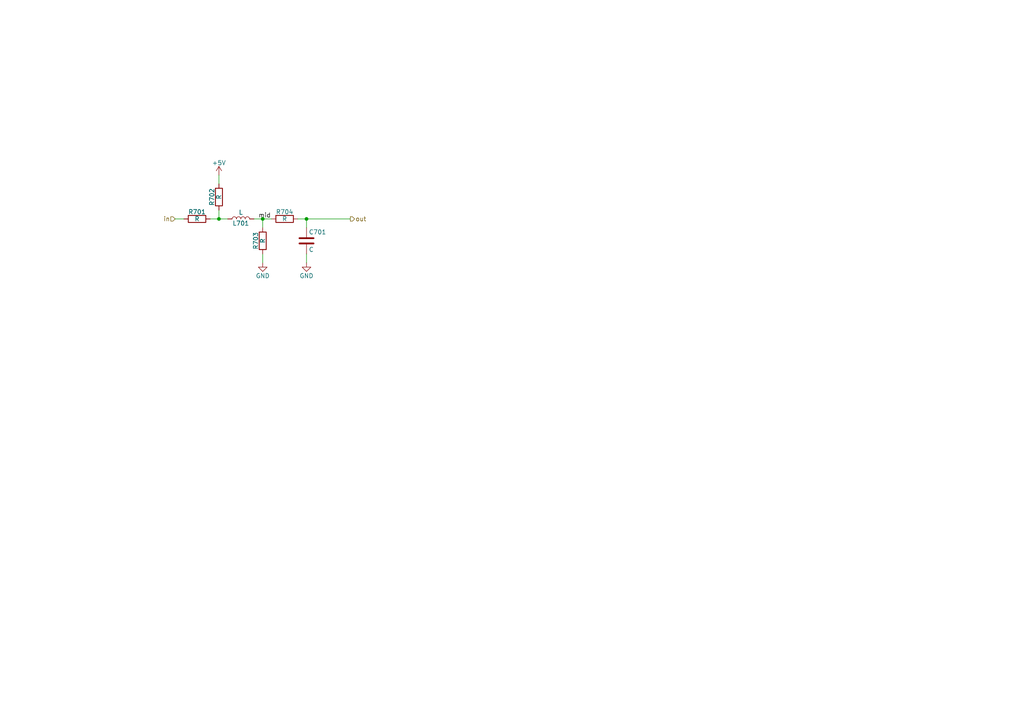
<source format=kicad_sch>
(kicad_sch (version 20231120) (generator "eeschema") (generator_version "8.0")
  (paper "A4")
  (lib_symbols
    (symbol "Device:C" (pin_numbers hide) (pin_names (offset 0.254))
      (property "Reference" "C" (at 0.635 2.54 0))
      (property "Value" "C" (at 0.635 -2.54 0))
      (symbol "C_0_1"
        (polyline (pts (xy -2.032 -0.762) (xy 2.032 -0.762)) (stroke (width 0.508)))
        (polyline (pts (xy -2.032 0.762) (xy 2.032 0.762)) (stroke (width 0.508)))
      )
      (symbol "C_1_1"
        (pin passive line (at 0 3.81 270) (length 2.794) (name "~") (number "1"))
        (pin passive line (at 0 -3.81 90) (length 2.794) (name "~") (number "2"))
      )
    )
    (symbol "Device:L" (pin_numbers hide) (pin_names (offset 1.016) hide)
      (property "Reference" "L" (at -1.27 0 90))
      (property "Value" "L" (at 1.905 0 90))
      (symbol "L_0_1"
        (arc (start 0 -2.54) (mid 0.6323 -1.905) (end 0 -1.27))
        (arc (start 0 -1.27) (mid 0.6323 -0.635) (end 0 0))
        (arc (start 0 0) (mid 0.6323 0.635) (end 0 1.27))
        (arc (start 0 1.27) (mid 0.6323 1.905) (end 0 2.54))
      )
      (symbol "L_1_1"
        (pin passive line (at 0 3.81 270) (length 1.27) (name "1") (number "1"))
        (pin passive line (at 0 -3.81 90) (length 1.27) (name "2") (number "2"))
      )
    )
    (symbol "Device:R" (pin_numbers hide) (pin_names (offset 0))
      (property "Reference" "R" (at 2.032 0 90))
      (property "Value" "R" (at 0 0 90))
      (symbol "R_0_1"
        (rectangle (start -1.016 -2.54) (end 1.016 2.54) (stroke (width 0.254)))
      )
      (symbol "R_1_1"
        (pin passive line (at 0 3.81 270) (length 1.27) (name "~") (number "1"))
        (pin passive line (at 0 -3.81 90) (length 1.27) (name "~") (number "2"))
      )
    )
    (symbol "power:+5V" (power) (pin_names (offset 0))
      (property "Value" "+5V" (at 0 3.556 0))
      (symbol "+5V_0_1"
        (polyline (pts (xy -0.762 1.27) (xy 0 2.54)))
        (polyline (pts (xy 0 0) (xy 0 2.54)))
        (polyline (pts (xy 0 2.54) (xy 0.762 1.27)))
      )
      (symbol "+5V_1_1"
        (pin power_in line (at 0 0 90) (length 0) hide (name "+5V") (number "1"))
      )
    )
    (symbol "power:GND" (power) (pin_names (offset 0))
      (property "Value" "GND" (at 0 -3.81 0))
      (symbol "GND_0_1"
        (polyline (pts (xy 0 0) (xy 0 -1.27) (xy 1.27 -1.27) (xy 0 -2.54) (xy -1.27 -1.27) (xy 0 -1.27)))
      )
      (symbol "GND_1_1"
        (pin power_in line (at 0 0 270) (length 0) hide (name "GND") (number "1"))
      )
    )
  )
  (junction (at 76.2 63.5))
  (junction (at 63.5 63.5))
  (junction (at 88.9 63.5))
  (wire (pts (xy 63.5 63.5) (xy 66.04 63.5)))
  (wire (pts (xy 63.5 60.96) (xy 63.5 63.5)))
  (wire (pts (xy 88.9 63.5) (xy 101.6 63.5)))
  (wire (pts (xy 76.2 63.5) (xy 78.74 63.5)))
  (wire (pts (xy 63.5 50.8) (xy 63.5 53.34)))
  (wire (pts (xy 88.9 63.5) (xy 88.9 66.04)))
  (wire (pts (xy 88.9 73.66) (xy 88.9 76.2)))
  (wire (pts (xy 76.2 73.66) (xy 76.2 76.2)))
  (wire (pts (xy 60.96 63.5) (xy 63.5 63.5)))
  (wire (pts (xy 73.66 63.5) (xy 76.2 63.5)))
  (wire (pts (xy 50.8 63.5) (xy 53.34 63.5)))
  (wire (pts (xy 86.36 63.5) (xy 88.9 63.5)))
  (wire (pts (xy 76.2 63.5) (xy 76.2 66.04)))
  (label "mid" (at 74.93 63.5 0))
  (hierarchical_label "in" (shape input) (at 50.8 63.5 180))
  (hierarchical_label "out" (shape output) (at 101.6 63.5 0))
  (symbol (lib_id "power:GND") (at 76.2 76.2 0) (unit 1)
    (property "Reference" "#PWR0302" (effects (hide yes)))
    (property "Value" "GND" (at 76.2 80.01 0))
    (property "Description" "Power symbol creates a global label with name \"GND\" , ground" (effects (hide yes)))
    (instances (project "save_restore_source_project" (path "" (reference "#PWR0302") (unit 1)) (path "" (reference "#PWR0702") (unit 1)) (path "" (reference "#PWR0802") (unit 1)) (path "" (reference "#PWR0902") (unit 1)) (path "" (reference "#PWR01002") (unit 1)) (path "" (reference "#PWR01102") (unit 1))))
  )
  (symbol (lib_id "Device:R") (at 57.15 63.5 90) (unit 1)
    (property "Reference" "R701" (at 57.15 61.468 90))
    (property "Value" "R" (at 57.15 63.5 90))
    (property "Footprint" "Resistor_SMD:R_1206_3216Metric" (effects (hide yes)))
    (property "Description" "Resistor" (effects (hide yes)))
    (instances (project "save_restore_source_project" (path "" (reference "R701") (unit 1)) (path "" (reference "R301") (unit 1)) (path "" (reference "R1001") (unit 1)) (path "" (reference "R1101") (unit 1)) (path "" (reference "R801") (unit 1)) (path "" (reference "R901") (unit 1))))
  )
  (symbol (lib_id "Device:R") (at 76.2 69.85 180) (unit 1)
    (property "Reference" "R703" (at 74.168 69.85 90))
    (property "Value" "R" (at 76.2 69.85 90))
    (property "Footprint" "Resistor_SMD:R_1206_3216Metric" (effects (hide yes)))
    (property "Description" "Resistor" (effects (hide yes)))
    (instances (project "save_restore_source_project" (path "" (reference "R703") (unit 1)) (path "" (reference "R303") (unit 1)) (path "" (reference "R1003") (unit 1)) (path "" (reference "R1103") (unit 1)) (path "" (reference "R803") (unit 1)) (path "" (reference "R903") (unit 1))))
  )
  (symbol (lib_id "power:+5V") (at 63.5 50.8 0) (unit 1)
    (property "Reference" "#PWR0301" (effects (hide yes)))
    (property "Value" "+5V" (at 63.5 47.244 0))
    (property "Description" "Power symbol creates a global label with name \"+5V\"" (effects (hide yes)))
    (instances (project "save_restore_source_project" (path "" (reference "#PWR0301") (unit 1)) (path "" (reference "#PWR0701") (unit 1)) (path "" (reference "#PWR0801") (unit 1)) (path "" (reference "#PWR0901") (unit 1)) (path "" (reference "#PWR01001") (unit 1)) (path "" (reference "#PWR01101") (unit 1))))
  )
  (symbol (lib_id "Device:L") (at 69.85 63.5 90) (unit 1)
    (property "Reference" "L701" (at 69.85 64.77 90))
    (property "Value" "L" (at 69.85 61.595 90))
    (property "Footprint" "Inductor_SMD:L_1206_3216Metric" (effects (hide yes)))
    (property "Description" "Inductor" (effects (hide yes)))
    (instances (project "save_restore_source_project" (path "" (reference "L701") (unit 1)) (path "" (reference "L301") (unit 1)) (path "" (reference "L1001") (unit 1)) (path "" (reference "L1101") (unit 1)) (path "" (reference "L801") (unit 1)) (path "" (reference "L901") (unit 1))))
  )
  (symbol (lib_id "Device:R") (at 63.5 57.15 180) (unit 1)
    (property "Reference" "R702" (at 61.468 57.15 90))
    (property "Value" "R" (at 63.5 57.15 90))
    (property "Footprint" "Resistor_SMD:R_1206_3216Metric" (effects (hide yes)))
    (property "Description" "Resistor" (effects (hide yes)))
    (instances (project "save_restore_source_project" (path "" (reference "R702") (unit 1)) (path "" (reference "R302") (unit 1)) (path "" (reference "R1002") (unit 1)) (path "" (reference "R1102") (unit 1)) (path "" (reference "R802") (unit 1)) (path "" (reference "R902") (unit 1))))
  )
  (symbol (lib_id "Device:C") (at 88.9 69.85 0) (unit 1)
    (property "Reference" "C701" (at 89.535 67.31 0) (effects (justify left)))
    (property "Value" "C" (at 89.535 72.39 0) (effects (justify left)))
    (property "Footprint" "Capacitor_SMD:C_1206_3216Metric" (effects (hide yes)))
    (property "Description" "Unpolarized capacitor" (effects (hide yes)))
    (instances (project "save_restore_source_project" (path "" (reference "C701") (unit 1)) (path "" (reference "C301") (unit 1)) (path "" (reference "C1001") (unit 1)) (path "" (reference "C1101") (unit 1)) (path "" (reference "C801") (unit 1)) (path "" (reference "C901") (unit 1))))
  )
  (symbol (lib_id "power:GND") (at 88.9 76.2 0) (unit 1)
    (property "Reference" "#PWR0703" (effects (hide yes)))
    (property "Value" "GND" (at 88.9 80.01 0))
    (property "Description" "Power symbol creates a global label with name \"GND\" , ground" (effects (hide yes)))
    (instances (project "save_restore_source_project" (path "" (reference "#PWR0703") (unit 1)) (path "" (reference "#PWR0303") (unit 1)) (path "" (reference "#PWR0803") (unit 1)) (path "" (reference "#PWR0903") (unit 1)) (path "" (reference "#PWR01003") (unit 1)) (path "" (reference "#PWR01103") (unit 1))))
  )
  (symbol (lib_id "Device:R") (at 82.55 63.5 90) (unit 1)
    (property "Reference" "R704" (at 82.55 61.468 90))
    (property "Value" "R" (at 82.55 63.5 90))
    (property "Footprint" "Resistor_SMD:R_1206_3216Metric" (effects (hide yes)))
    (property "Description" "Resistor" (effects (hide yes)))
    (instances (project "save_restore_source_project" (path "" (reference "R704") (unit 1)) (path "" (reference "R304") (unit 1)) (path "" (reference "R1004") (unit 1)) (path "" (reference "R1104") (unit 1)) (path "" (reference "R804") (unit 1)) (path "" (reference "R904") (unit 1))))
  )
)
</source>
